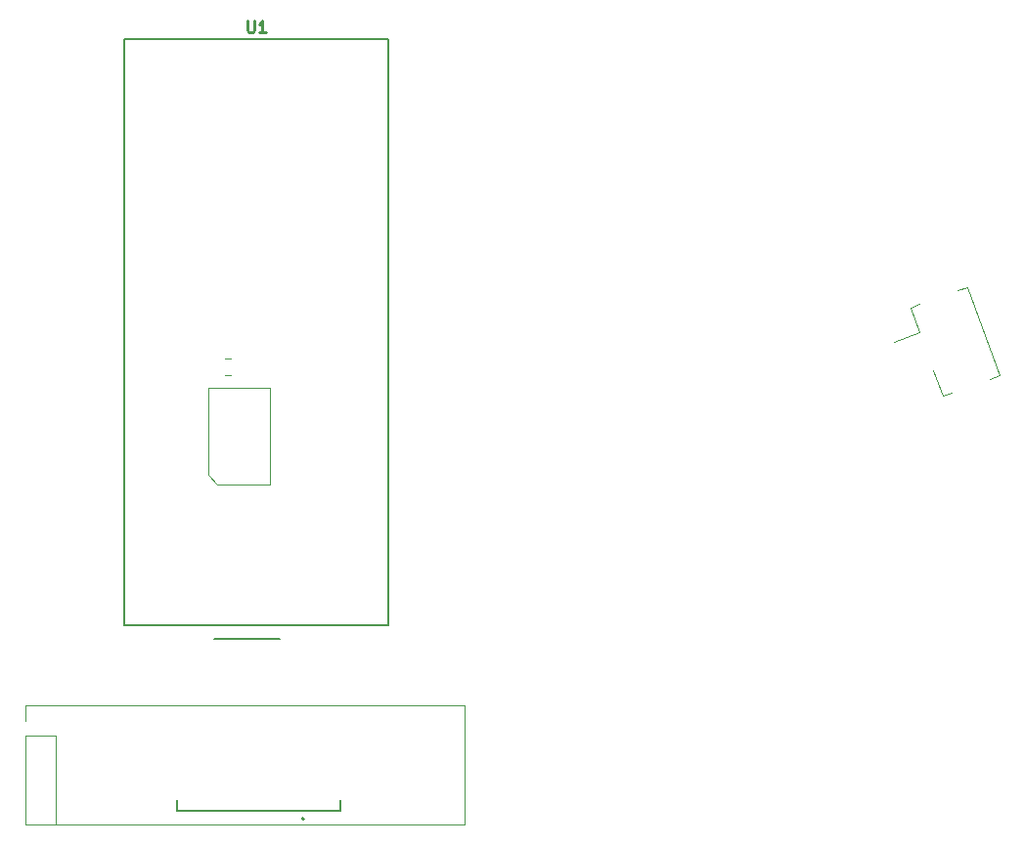
<source format=gbr>
G04 #@! TF.GenerationSoftware,KiCad,Pcbnew,5.1.5*
G04 #@! TF.CreationDate,2020-05-14T17:03:41-05:00*
G04 #@! TF.ProjectId,steno-v2,7374656e-6f2d-4763-922e-6b696361645f,rev?*
G04 #@! TF.SameCoordinates,Original*
G04 #@! TF.FileFunction,Legend,Top*
G04 #@! TF.FilePolarity,Positive*
%FSLAX46Y46*%
G04 Gerber Fmt 4.6, Leading zero omitted, Abs format (unit mm)*
G04 Created by KiCad (PCBNEW 5.1.5) date 2020-05-14 17:03:41*
%MOMM*%
%LPD*%
G04 APERTURE LIST*
%ADD10C,0.120000*%
%ADD11C,0.200000*%
%ADD12C,0.127000*%
%ADD13C,0.150000*%
%ADD14C,0.250000*%
G04 APERTURE END LIST*
D10*
X167500000Y-96170000D02*
X167500000Y-106450000D01*
X129470000Y-96170000D02*
X167500000Y-96170000D01*
X129470000Y-106450000D02*
X167500000Y-106450000D01*
X129470000Y-96170000D02*
X130800000Y-96170000D01*
X129470000Y-97500000D02*
X129470000Y-96170000D01*
X129470000Y-98770000D02*
X132130000Y-98770000D01*
X132130000Y-98770000D02*
X132130000Y-106450000D01*
X129470000Y-98770000D02*
X129470000Y-106450000D01*
X129470000Y-106450000D02*
X132130000Y-106450000D01*
D11*
X153610000Y-105990000D02*
G75*
G03X153610000Y-105990000I-100000J0D01*
G01*
D12*
X151500000Y-90375000D02*
X145800000Y-90375000D01*
X142630000Y-105325000D02*
X142630000Y-104380000D01*
X156770000Y-105325000D02*
X142630000Y-105325000D01*
X156770000Y-104380000D02*
X156770000Y-105325000D01*
D10*
X150705000Y-77000000D02*
X146095000Y-77000000D01*
X150705000Y-68600000D02*
X150705000Y-77000000D01*
X145295000Y-68600000D02*
X150705000Y-68600000D01*
X145295000Y-76200000D02*
X145295000Y-68600000D01*
X146095000Y-77000000D02*
X145295000Y-76200000D01*
X147258578Y-66090000D02*
X146741422Y-66090000D01*
X147258578Y-67510000D02*
X146741422Y-67510000D01*
X213794212Y-67547437D02*
X212995473Y-67838154D01*
X210999908Y-59870148D02*
X213794212Y-67547437D01*
X210201169Y-60160865D02*
X210999908Y-59870148D01*
X208889017Y-69332782D02*
X208093820Y-67147996D01*
X209687755Y-69042065D02*
X208889017Y-69332782D01*
X206889909Y-63840278D02*
X204644044Y-64657706D01*
X206094712Y-61655493D02*
X206889909Y-63840278D01*
X206893451Y-61364776D02*
X206094712Y-61655493D01*
D13*
X160930000Y-89200000D02*
X160930000Y-38400000D01*
X138070000Y-89200000D02*
X160930000Y-89200000D01*
X138070000Y-38400000D02*
X138070000Y-89200000D01*
X160930000Y-38400000D02*
X138070000Y-38400000D01*
D14*
X148738095Y-36836380D02*
X148738095Y-37645904D01*
X148785714Y-37741142D01*
X148833333Y-37788761D01*
X148928571Y-37836380D01*
X149119047Y-37836380D01*
X149214285Y-37788761D01*
X149261904Y-37741142D01*
X149309523Y-37645904D01*
X149309523Y-36836380D01*
X150309523Y-37836380D02*
X149738095Y-37836380D01*
X150023809Y-37836380D02*
X150023809Y-36836380D01*
X149928571Y-36979238D01*
X149833333Y-37074476D01*
X149738095Y-37122095D01*
M02*

</source>
